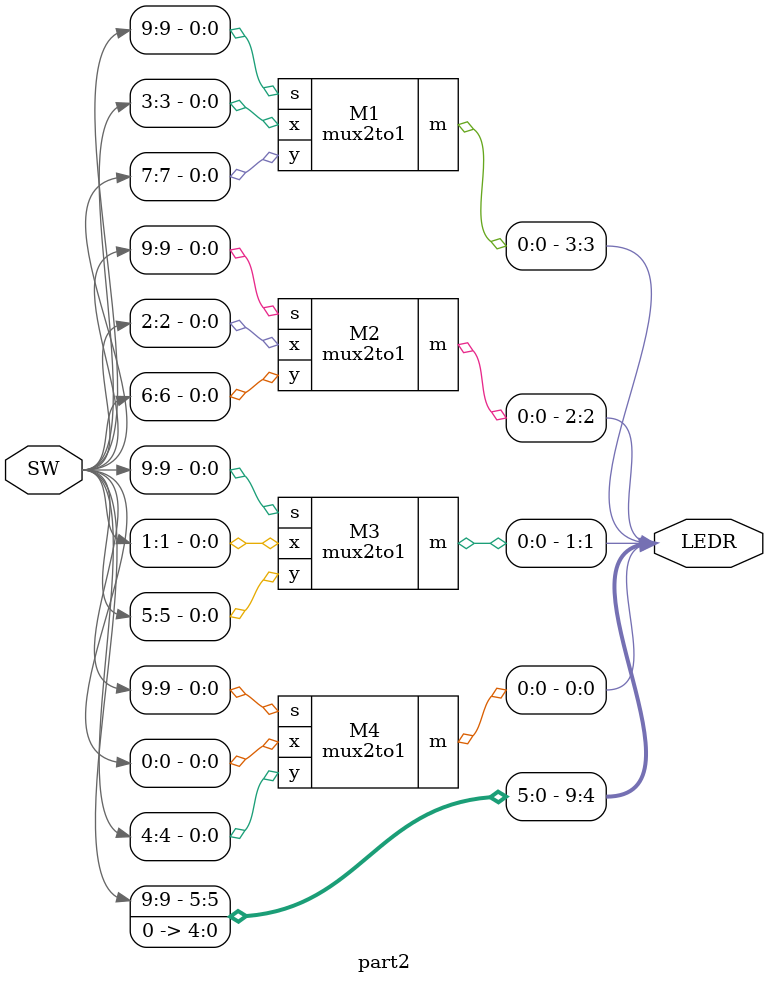
<source format=v>
module mux2to1(x,y,s,m);
	input x,y,s;
	output m;
	assign m=(~s&x)|(s&y);
endmodule
/////////////------------////////////
module part2(SW,LEDR);
	input [9:0]SW;
	output [9:0]LEDR;
	
	mux2to1 M1(SW[3],SW[7],SW[9],LEDR[3]);
	mux2to1 M2(SW[2],SW[6],SW[9],LEDR[2]);
	mux2to1 M3(SW[1],SW[5],SW[9],LEDR[1]);
	mux2to1 M4(SW[0],SW[4],SW[9],LEDR[0]);
	
	assign LEDR[9]=SW[9];
	assign LEDR[8:4]=8'b0;
	
endmodule

</source>
